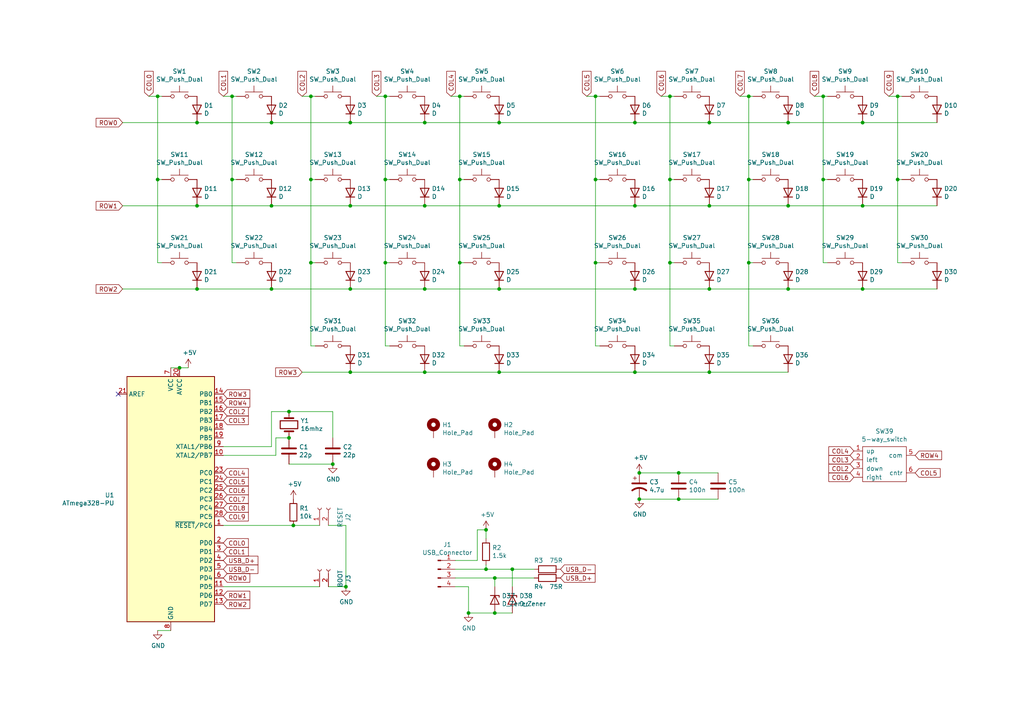
<source format=kicad_sch>
(kicad_sch (version 20211123) (generator eeschema)
  (paper "A4")
  (lib_symbols
    (symbol "Connector:Conn_01x02_Female" (pin_names (offset 1.016) hide)
      (property "Reference" "J" (at 0 2.54 0))
      (property "Value" "Conn_01x02_Female" (at 0 -5.08 0))
      (symbol "Conn_01x02_Female_1_1"
        (arc (start 0 -2.032) (mid -0.508 -2.54) (end 0 -3.048) (stroke (width 0.1524)))
        (polyline (pts (xy -1.27 -2.54) (xy -0.508 -2.54)) (stroke (width 0.1524)))
        (polyline (pts (xy -1.27 0) (xy -0.508 0)) (stroke (width 0.1524)))
        (arc (start 0 0.508) (mid -0.508 0) (end 0 -0.508) (stroke (width 0.1524)))
        (pin passive line (at -5.08 0 0) (length 3.81) (name "Pin_1") (number "1"))
        (pin passive line (at -5.08 -2.54 0) (length 3.81) (name "Pin_2") (number "2"))
      )
    )
    (symbol "Connector:Conn_01x04_Male" (pin_names (offset 1.016) hide)
      (property "Reference" "J" (at 0 5.08 0))
      (property "Value" "Conn_01x04_Male" (at 0 -7.62 0))
      (symbol "Conn_01x04_Male_1_1"
        (polyline (pts (xy 1.27 -5.08) (xy 0.8636 -5.08)) (stroke (width 0.1524)))
        (polyline (pts (xy 1.27 -2.54) (xy 0.8636 -2.54)) (stroke (width 0.1524)))
        (polyline (pts (xy 1.27 0) (xy 0.8636 0)) (stroke (width 0.1524)))
        (polyline (pts (xy 1.27 2.54) (xy 0.8636 2.54)) (stroke (width 0.1524)))
        (rectangle (start 0.8636 -4.953) (end 0 -5.207) (stroke (width 0.1524)) (fill (type outline)))
        (rectangle (start 0.8636 -2.413) (end 0 -2.667) (stroke (width 0.1524)) (fill (type outline)))
        (rectangle (start 0.8636 0.127) (end 0 -0.127) (stroke (width 0.1524)) (fill (type outline)))
        (rectangle (start 0.8636 2.667) (end 0 2.413) (stroke (width 0.1524)) (fill (type outline)))
        (pin passive line (at 5.08 2.54 180) (length 3.81) (name "Pin_1") (number "1"))
        (pin passive line (at 5.08 0 180) (length 3.81) (name "Pin_2") (number "2"))
        (pin passive line (at 5.08 -2.54 180) (length 3.81) (name "Pin_3") (number "3"))
        (pin passive line (at 5.08 -5.08 180) (length 3.81) (name "Pin_4") (number "4"))
      )
    )
    (symbol "Device:C" (pin_numbers hide) (pin_names (offset 0.254))
      (property "Reference" "C" (at 0.635 2.54 0))
      (property "Value" "C" (at 0.635 -2.54 0))
      (symbol "C_0_1"
        (polyline (pts (xy -2.032 -0.762) (xy 2.032 -0.762)) (stroke (width 0.508)))
        (polyline (pts (xy -2.032 0.762) (xy 2.032 0.762)) (stroke (width 0.508)))
      )
      (symbol "C_1_1"
        (pin passive line (at 0 3.81 270) (length 2.794) (name "~") (number "1"))
        (pin passive line (at 0 -3.81 90) (length 2.794) (name "~") (number "2"))
      )
    )
    (symbol "Device:Crystal" (pin_numbers hide) (pin_names (offset 1.016) hide)
      (property "Reference" "Y" (at 0 3.81 0))
      (property "Value" "Crystal" (at 0 -3.81 0))
      (symbol "Crystal_0_1"
        (rectangle (start -1.143 2.54) (end 1.143 -2.54) (stroke (width 0.3048)))
        (polyline (pts (xy -2.54 0) (xy -1.905 0)))
        (polyline (pts (xy -1.905 -1.27) (xy -1.905 1.27)) (stroke (width 0.508)))
        (polyline (pts (xy 1.905 -1.27) (xy 1.905 1.27)) (stroke (width 0.508)))
        (polyline (pts (xy 2.54 0) (xy 1.905 0)))
      )
      (symbol "Crystal_1_1"
        (pin passive line (at -3.81 0 0) (length 1.27) (name "1") (number "1"))
        (pin passive line (at 3.81 0 180) (length 1.27) (name "2") (number "2"))
      )
    )
    (symbol "Device:D" (pin_numbers hide) (pin_names (offset 1.016) hide)
      (property "Reference" "D" (at 0 2.54 0))
      (property "Value" "D" (at 0 -2.54 0))
      (symbol "D_0_1"
        (polyline (pts (xy -1.27 1.27) (xy -1.27 -1.27)) (stroke (width 0.254)))
        (polyline (pts (xy 1.27 0) (xy -1.27 0)))
        (polyline (pts (xy 1.27 1.27) (xy 1.27 -1.27) (xy -1.27 0) (xy 1.27 1.27)) (stroke (width 0.254)))
      )
      (symbol "D_1_1"
        (pin passive line (at -3.81 0 0) (length 2.54) (name "K") (number "1"))
        (pin passive line (at 3.81 0 180) (length 2.54) (name "A") (number "2"))
      )
    )
    (symbol "Device:D_Zener" (pin_numbers hide) (pin_names (offset 1.016) hide)
      (property "Reference" "D" (at 0 2.54 0))
      (property "Value" "D_Zener" (at 0 -2.54 0))
      (symbol "D_Zener_0_1"
        (polyline (pts (xy 1.27 0) (xy -1.27 0)))
        (polyline (pts (xy -1.27 -1.27) (xy -1.27 1.27) (xy -0.762 1.27)) (stroke (width 0.254)))
        (polyline (pts (xy 1.27 -1.27) (xy 1.27 1.27) (xy -1.27 0) (xy 1.27 -1.27)) (stroke (width 0.254)))
      )
      (symbol "D_Zener_1_1"
        (pin passive line (at -3.81 0 0) (length 2.54) (name "K") (number "1"))
        (pin passive line (at 3.81 0 180) (length 2.54) (name "A") (number "2"))
      )
    )
    (symbol "Device:R" (pin_numbers hide) (pin_names (offset 0))
      (property "Reference" "R" (at 2.032 0 90))
      (property "Value" "R" (at 0 0 90))
      (symbol "R_0_1"
        (rectangle (start -1.016 -2.54) (end 1.016 2.54) (stroke (width 0.254)))
      )
      (symbol "R_1_1"
        (pin passive line (at 0 3.81 270) (length 1.27) (name "~") (number "1"))
        (pin passive line (at 0 -3.81 90) (length 1.27) (name "~") (number "2"))
      )
    )
    (symbol "Switch:SW_Push" (pin_numbers hide) (pin_names (offset 1.016) hide)
      (property "Reference" "SW" (at 1.27 2.54 0))
      (property "Value" "SW_Push" (at 0 -1.524 0))
      (symbol "SW_Push_0_1"
        (circle (center -2.032 0) (radius 0.508))
        (polyline (pts (xy 0 1.27) (xy 0 3.048)))
        (polyline (pts (xy 2.54 1.27) (xy -2.54 1.27)))
        (circle (center 2.032 0) (radius 0.508))
        (pin passive line (at -5.08 0 0) (length 2.54) (name "1") (number "1"))
        (pin passive line (at 5.08 0 180) (length 2.54) (name "2") (number "2"))
      )
    )
    (symbol "handipi_kb-rescue:5-way_switch-RSU" (pin_names (offset 1.016))
      (property "Reference" "SW" (at 0 0 0))
      (property "Value" "5-way_switch-RSU" (at 0 -1.27 0))
      (symbol "5-way_switch-RSU_0_1"
        (rectangle (start -6.35 -3.81) (end 6.35 -13.97))
      )
      (symbol "5-way_switch-RSU_1_1"
        (pin output line (at -8.89 -5.08 0) (length 2.54) (name "up") (number "1"))
        (pin output line (at -8.89 -7.62 0) (length 2.54) (name "left") (number "2"))
        (pin output line (at -8.89 -10.16 0) (length 2.54) (name "down") (number "3"))
        (pin output line (at -8.89 -12.7 0) (length 2.54) (name "right") (number "4"))
        (pin input line (at 8.89 -6.35 180) (length 2.54) (name "com") (number "5"))
        (pin output line (at 8.89 -11.43 180) (length 2.54) (name "cntr") (number "6"))
      )
    )
    (symbol "handipi_kb-rescue:ATmega328-PU-MCU_Microchip_ATmega"
      (property "Reference" "U" (at -12.7 36.83 0))
      (property "Value" "ATmega328-PU-MCU_Microchip_ATmega" (at 2.54 -36.83 0))
      (symbol "ATmega328-PU-MCU_Microchip_ATmega_0_1"
        (rectangle (start -12.7 -35.56) (end 12.7 35.56) (stroke (width 0.254)) (fill (type background)))
      )
      (symbol "ATmega328-PU-MCU_Microchip_ATmega_1_1"
        (pin bidirectional line (at 15.24 -7.62 180) (length 2.54) (name "~{RESET}/PC6") (number "1"))
        (pin bidirectional line (at 15.24 12.7 180) (length 2.54) (name "XTAL2/PB7") (number "10"))
        (pin bidirectional line (at 15.24 -25.4 180) (length 2.54) (name "PD5") (number "11"))
        (pin bidirectional line (at 15.24 -27.94 180) (length 2.54) (name "PD6") (number "12"))
        (pin bidirectional line (at 15.24 -30.48 180) (length 2.54) (name "PD7") (number "13"))
        (pin bidirectional line (at 15.24 30.48 180) (length 2.54) (name "PB0") (number "14"))
        (pin bidirectional line (at 15.24 27.94 180) (length 2.54) (name "PB1") (number "15"))
        (pin bidirectional line (at 15.24 25.4 180) (length 2.54) (name "PB2") (number "16"))
        (pin bidirectional line (at 15.24 22.86 180) (length 2.54) (name "PB3") (number "17"))
        (pin bidirectional line (at 15.24 20.32 180) (length 2.54) (name "PB4") (number "18"))
        (pin bidirectional line (at 15.24 17.78 180) (length 2.54) (name "PB5") (number "19"))
        (pin bidirectional line (at 15.24 -12.7 180) (length 2.54) (name "PD0") (number "2"))
        (pin power_in line (at 2.54 38.1 270) (length 2.54) (name "AVCC") (number "20"))
        (pin passive line (at -15.24 30.48 0) (length 2.54) (name "AREF") (number "21"))
        (pin passive line (at 0 -38.1 90) (length 2.54) hide (name "GND") (number "22"))
        (pin bidirectional line (at 15.24 7.62 180) (length 2.54) (name "PC0") (number "23"))
        (pin bidirectional line (at 15.24 5.08 180) (length 2.54) (name "PC1") (number "24"))
        (pin bidirectional line (at 15.24 2.54 180) (length 2.54) (name "PC2") (number "25"))
        (pin bidirectional line (at 15.24 0 180) (length 2.54) (name "PC3") (number "26"))
        (pin bidirectional line (at 15.24 -2.54 180) (length 2.54) (name "PC4") (number "27"))
        (pin bidirectional line (at 15.24 -5.08 180) (length 2.54) (name "PC5") (number "28"))
        (pin bidirectional line (at 15.24 -15.24 180) (length 2.54) (name "PD1") (number "3"))
        (pin bidirectional line (at 15.24 -17.78 180) (length 2.54) (name "PD2") (number "4"))
        (pin bidirectional line (at 15.24 -20.32 180) (length 2.54) (name "PD3") (number "5"))
        (pin bidirectional line (at 15.24 -22.86 180) (length 2.54) (name "PD4") (number "6"))
        (pin power_in line (at 0 38.1 270) (length 2.54) (name "VCC") (number "7"))
        (pin power_in line (at 0 -38.1 90) (length 2.54) (name "GND") (number "8"))
        (pin bidirectional line (at 15.24 15.24 180) (length 2.54) (name "XTAL1/PB6") (number "9"))
      )
    )
    (symbol "handipi_kb-rescue:CP1-Device" (pin_numbers hide) (pin_names (offset 0.254) hide)
      (property "Reference" "C" (at 0.635 2.54 0))
      (property "Value" "CP1-Device" (at 0.635 -2.54 0))
      (symbol "CP1-Device_0_1"
        (polyline (pts (xy -2.032 0.762) (xy 2.032 0.762)) (stroke (width 0.508)))
        (polyline (pts (xy -1.778 2.286) (xy -0.762 2.286)))
        (polyline (pts (xy -1.27 1.778) (xy -1.27 2.794)))
        (arc (start 2.032 -1.27) (mid 0 -0.5572) (end -2.032 -1.27) (stroke (width 0.508)))
      )
      (symbol "CP1-Device_1_1"
        (pin passive line (at 0 3.81 270) (length 2.794) (name "~") (number "1"))
        (pin passive line (at 0 -3.81 90) (length 3.302) (name "~") (number "2"))
      )
    )
    (symbol "handipi_kb-rescue:Hole_Pad-horizon" (pin_numbers hide) (pin_names (offset 1.016) hide)
      (property "Reference" "H" (at 0 6.35 0))
      (property "Value" "Hole_Pad-horizon" (at 0 4.445 0))
      (symbol "Hole_Pad-horizon_0_1"
        (circle (center 0 1.27) (radius 1.27) (stroke (width 1.27)))
      )
      (symbol "Hole_Pad-horizon_1_1"
        (pin input line (at 0 -2.54 90) (length 2.54) (name "1") (number "1"))
      )
    )
    (symbol "power:+5V" (power) (pin_names (offset 0))
      (property "Value" "+5V" (at 0 3.556 0))
      (symbol "+5V_0_1"
        (polyline (pts (xy -0.762 1.27) (xy 0 2.54)))
        (polyline (pts (xy 0 0) (xy 0 2.54)))
        (polyline (pts (xy 0 2.54) (xy 0.762 1.27)))
      )
      (symbol "+5V_1_1"
        (pin power_in line (at 0 0 90) (length 0) hide (name "+5V") (number "1"))
      )
    )
    (symbol "power:GND" (power) (pin_names (offset 0))
      (property "Value" "GND" (at 0 -3.81 0))
      (symbol "GND_0_1"
        (polyline (pts (xy 0 0) (xy 0 -1.27) (xy 1.27 -1.27) (xy 0 -2.54) (xy -1.27 -1.27) (xy 0 -1.27)))
      )
      (symbol "GND_1_1"
        (pin power_in line (at 0 0 270) (length 0) hide (name "GND") (number "1"))
      )
    )
  )
  (junction (at 205.74 59.69))
  (junction (at 78.74 35.56))
  (junction (at 101.6 107.95))
  (junction (at 260.35 27.94))
  (junction (at 78.74 83.82))
  (junction (at 144.78 35.56))
  (junction (at 101.6 35.56))
  (junction (at 228.6 59.69))
  (junction (at 217.17 27.94))
  (junction (at 185.42 144.78))
  (junction (at 196.85 144.78))
  (junction (at 184.15 107.95))
  (junction (at 133.35 76.2))
  (junction (at 96.52 134.62))
  (junction (at 90.17 27.94))
  (junction (at 100.33 170.18))
  (junction (at 57.15 35.56))
  (junction (at 228.6 35.56))
  (junction (at 172.72 27.94))
  (junction (at 57.15 83.82))
  (junction (at 123.19 35.56))
  (junction (at 144.78 59.69))
  (junction (at 250.19 35.56))
  (junction (at 194.31 52.07))
  (junction (at 111.76 27.94))
  (junction (at 123.19 59.69))
  (junction (at 45.72 27.94))
  (junction (at 172.72 76.2))
  (junction (at 184.15 35.56))
  (junction (at 217.17 52.07))
  (junction (at 133.35 27.94))
  (junction (at 228.6 83.82))
  (junction (at 148.59 165.1))
  (junction (at 194.31 76.2))
  (junction (at 184.15 83.82))
  (junction (at 260.35 52.07))
  (junction (at 83.82 119.38))
  (junction (at 205.74 107.95))
  (junction (at 45.72 52.07))
  (junction (at 144.78 83.82))
  (junction (at 135.89 177.8))
  (junction (at 90.17 52.07))
  (junction (at 140.97 153.67))
  (junction (at 194.31 27.94))
  (junction (at 172.72 52.07))
  (junction (at 83.82 127))
  (junction (at 143.51 167.64))
  (junction (at 67.31 27.94))
  (junction (at 205.74 35.56))
  (junction (at 101.6 83.82))
  (junction (at 205.74 83.82))
  (junction (at 90.17 76.2))
  (junction (at 101.6 59.69))
  (junction (at 133.35 52.07))
  (junction (at 196.85 137.16))
  (junction (at 238.76 27.94))
  (junction (at 52.07 106.68))
  (junction (at 67.31 52.07))
  (junction (at 111.76 52.07))
  (junction (at 250.19 83.82))
  (junction (at 111.76 76.2))
  (junction (at 123.19 107.95))
  (junction (at 217.17 76.2))
  (junction (at 238.76 52.07))
  (junction (at 85.09 152.4))
  (junction (at 250.19 59.69))
  (junction (at 78.74 59.69))
  (junction (at 144.78 107.95))
  (junction (at 143.51 177.8))
  (junction (at 57.15 59.69))
  (junction (at 140.97 165.1))
  (junction (at 123.19 83.82))
  (junction (at 184.15 59.69))
  (junction (at 185.42 137.16))
  (no_connect (at 34.29 114.3))
  (wire (pts (xy 238.76 76.2) (xy 240.03 76.2)))
  (wire (pts (xy 185.42 137.16) (xy 196.85 137.16)))
  (wire (pts (xy 123.19 107.95) (xy 101.6 107.95)))
  (wire (pts (xy 80.01 127) (xy 80.01 132.08)))
  (wire (pts (xy 96.52 127) (xy 96.52 119.38)))
  (wire (pts (xy 172.72 27.94) (xy 172.72 52.07)))
  (wire (pts (xy 45.72 52.07) (xy 46.99 52.07)))
  (wire (pts (xy 45.72 52.07) (xy 45.72 76.2)))
  (wire (pts (xy 133.35 52.07) (xy 133.35 76.2)))
  (wire (pts (xy 144.78 107.95) (xy 123.19 107.95)))
  (wire (pts (xy 148.59 177.8) (xy 143.51 177.8)))
  (wire (pts (xy 228.6 83.82) (xy 250.19 83.82)))
  (wire (pts (xy 260.35 27.94) (xy 257.81 27.94)))
  (wire (pts (xy 196.85 137.16) (xy 208.28 137.16)))
  (wire (pts (xy 194.31 100.33) (xy 195.58 100.33)))
  (wire (pts (xy 148.59 170.18) (xy 148.59 165.1)))
  (wire (pts (xy 123.19 83.82) (xy 101.6 83.82)))
  (wire (pts (xy 184.15 107.95) (xy 144.78 107.95)))
  (wire (pts (xy 217.17 100.33) (xy 218.44 100.33)))
  (wire (pts (xy 111.76 27.94) (xy 111.76 52.07)))
  (wire (pts (xy 135.89 177.8) (xy 135.89 170.18)))
  (wire (pts (xy 172.72 27.94) (xy 170.18 27.94)))
  (wire (pts (xy 144.78 59.69) (xy 184.15 59.69)))
  (wire (pts (xy 195.58 76.2) (xy 194.31 76.2)))
  (wire (pts (xy 67.31 76.2) (xy 68.58 76.2)))
  (wire (pts (xy 184.15 107.95) (xy 205.74 107.95)))
  (wire (pts (xy 205.74 107.95) (xy 228.6 107.95)))
  (wire (pts (xy 57.15 83.82) (xy 35.56 83.82)))
  (wire (pts (xy 240.03 52.07) (xy 238.76 52.07)))
  (wire (pts (xy 90.17 27.94) (xy 91.44 27.94)))
  (wire (pts (xy 64.77 170.18) (xy 92.71 170.18)))
  (wire (pts (xy 67.31 52.07) (xy 67.31 76.2)))
  (wire (pts (xy 196.85 144.78) (xy 185.42 144.78)))
  (wire (pts (xy 123.19 35.56) (xy 144.78 35.56)))
  (wire (pts (xy 49.53 106.68) (xy 52.07 106.68)))
  (wire (pts (xy 67.31 27.94) (xy 64.77 27.94)))
  (wire (pts (xy 205.74 59.69) (xy 184.15 59.69)))
  (wire (pts (xy 133.35 76.2) (xy 134.62 76.2)))
  (wire (pts (xy 238.76 52.07) (xy 238.76 76.2)))
  (wire (pts (xy 184.15 83.82) (xy 144.78 83.82)))
  (wire (pts (xy 173.99 76.2) (xy 172.72 76.2)))
  (wire (pts (xy 143.51 167.64) (xy 154.94 167.64)))
  (wire (pts (xy 194.31 52.07) (xy 194.31 76.2)))
  (wire (pts (xy 260.35 27.94) (xy 260.35 52.07)))
  (wire (pts (xy 78.74 129.54) (xy 64.77 129.54)))
  (wire (pts (xy 228.6 35.56) (xy 250.19 35.56)))
  (wire (pts (xy 217.17 52.07) (xy 217.17 76.2)))
  (wire (pts (xy 96.52 134.62) (xy 83.82 134.62)))
  (wire (pts (xy 67.31 52.07) (xy 68.58 52.07)))
  (wire (pts (xy 208.28 144.78) (xy 196.85 144.78)))
  (wire (pts (xy 172.72 76.2) (xy 172.72 100.33)))
  (wire (pts (xy 238.76 27.94) (xy 238.76 52.07)))
  (wire (pts (xy 90.17 76.2) (xy 90.17 100.33)))
  (wire (pts (xy 100.33 152.4) (xy 100.33 170.18)))
  (wire (pts (xy 101.6 35.56) (xy 123.19 35.56)))
  (wire (pts (xy 205.74 83.82) (xy 228.6 83.82)))
  (wire (pts (xy 194.31 27.94) (xy 194.31 52.07)))
  (wire (pts (xy 194.31 76.2) (xy 194.31 100.33)))
  (wire (pts (xy 173.99 27.94) (xy 172.72 27.94)))
  (wire (pts (xy 57.15 59.69) (xy 78.74 59.69)))
  (wire (pts (xy 217.17 27.94) (xy 217.17 52.07)))
  (wire (pts (xy 217.17 76.2) (xy 217.17 100.33)))
  (wire (pts (xy 113.03 27.94) (xy 111.76 27.94)))
  (wire (pts (xy 45.72 27.94) (xy 43.18 27.94)))
  (wire (pts (xy 140.97 165.1) (xy 148.59 165.1)))
  (wire (pts (xy 57.15 35.56) (xy 78.74 35.56)))
  (wire (pts (xy 85.09 152.4) (xy 64.77 152.4)))
  (wire (pts (xy 85.09 152.4) (xy 92.71 152.4)))
  (wire (pts (xy 134.62 52.07) (xy 133.35 52.07)))
  (wire (pts (xy 80.01 132.08) (xy 64.77 132.08)))
  (wire (pts (xy 95.25 170.18) (xy 100.33 170.18)))
  (wire (pts (xy 78.74 119.38) (xy 78.74 129.54)))
  (wire (pts (xy 113.03 52.07) (xy 111.76 52.07)))
  (wire (pts (xy 35.56 35.56) (xy 57.15 35.56)))
  (wire (pts (xy 67.31 27.94) (xy 67.31 52.07)))
  (wire (pts (xy 143.51 170.18) (xy 143.51 167.64)))
  (wire (pts (xy 143.51 177.8) (xy 135.89 177.8)))
  (wire (pts (xy 113.03 100.33) (xy 111.76 100.33)))
  (wire (pts (xy 173.99 52.07) (xy 172.72 52.07)))
  (wire (pts (xy 96.52 119.38) (xy 83.82 119.38)))
  (wire (pts (xy 83.82 127) (xy 80.01 127)))
  (wire (pts (xy 217.17 27.94) (xy 214.63 27.94)))
  (wire (pts (xy 90.17 52.07) (xy 90.17 27.94)))
  (wire (pts (xy 133.35 27.94) (xy 133.35 52.07)))
  (wire (pts (xy 133.35 76.2) (xy 133.35 100.33)))
  (wire (pts (xy 90.17 27.94) (xy 87.63 27.94)))
  (wire (pts (xy 68.58 27.94) (xy 67.31 27.94)))
  (wire (pts (xy 250.19 83.82) (xy 271.78 83.82)))
  (wire (pts (xy 132.08 167.64) (xy 143.51 167.64)))
  (wire (pts (xy 54.61 106.68) (xy 52.07 106.68)))
  (wire (pts (xy 49.53 182.88) (xy 45.72 182.88)))
  (wire (pts (xy 101.6 59.69) (xy 123.19 59.69)))
  (wire (pts (xy 195.58 52.07) (xy 194.31 52.07)))
  (wire (pts (xy 240.03 27.94) (xy 238.76 27.94)))
  (wire (pts (xy 91.44 76.2) (xy 90.17 76.2)))
  (wire (pts (xy 144.78 35.56) (xy 184.15 35.56)))
  (wire (pts (xy 218.44 52.07) (xy 217.17 52.07)))
  (wire (pts (xy 184.15 35.56) (xy 205.74 35.56)))
  (wire (pts (xy 138.43 153.67) (xy 140.97 153.67)))
  (wire (pts (xy 133.35 100.33) (xy 134.62 100.33)))
  (wire (pts (xy 91.44 52.07) (xy 90.17 52.07)))
  (wire (pts (xy 90.17 100.33) (xy 91.44 100.33)))
  (wire (pts (xy 217.17 76.2) (xy 218.44 76.2)))
  (wire (pts (xy 195.58 27.94) (xy 194.31 27.94)))
  (wire (pts (xy 111.76 100.33) (xy 111.76 76.2)))
  (wire (pts (xy 132.08 165.1) (xy 140.97 165.1)))
  (wire (pts (xy 260.35 52.07) (xy 260.35 76.2)))
  (wire (pts (xy 271.78 59.69) (xy 250.19 59.69)))
  (wire (pts (xy 205.74 35.56) (xy 228.6 35.56)))
  (wire (pts (xy 90.17 76.2) (xy 90.17 52.07)))
  (wire (pts (xy 111.76 76.2) (xy 113.03 76.2)))
  (wire (pts (xy 35.56 59.69) (xy 57.15 59.69)))
  (wire (pts (xy 134.62 27.94) (xy 133.35 27.94)))
  (wire (pts (xy 228.6 59.69) (xy 205.74 59.69)))
  (wire (pts (xy 132.08 170.18) (xy 135.89 170.18)))
  (wire (pts (xy 144.78 59.69) (xy 123.19 59.69)))
  (wire (pts (xy 250.19 35.56) (xy 271.78 35.56)))
  (wire (pts (xy 46.99 27.94) (xy 45.72 27.94)))
  (wire (pts (xy 218.44 27.94) (xy 217.17 27.94)))
  (wire (pts (xy 132.08 162.56) (xy 138.43 162.56)))
  (wire (pts (xy 83.82 119.38) (xy 78.74 119.38)))
  (wire (pts (xy 261.62 52.07) (xy 260.35 52.07)))
  (wire (pts (xy 78.74 59.69) (xy 101.6 59.69)))
  (wire (pts (xy 111.76 27.94) (xy 109.22 27.94)))
  (wire (pts (xy 184.15 83.82) (xy 205.74 83.82)))
  (wire (pts (xy 144.78 83.82) (xy 123.19 83.82)))
  (wire (pts (xy 228.6 59.69) (xy 250.19 59.69)))
  (wire (pts (xy 140.97 156.21) (xy 140.97 153.67)))
  (wire (pts (xy 138.43 162.56) (xy 138.43 153.67)))
  (wire (pts (xy 95.25 152.4) (xy 100.33 152.4)))
  (wire (pts (xy 238.76 27.94) (xy 236.22 27.94)))
  (wire (pts (xy 172.72 100.33) (xy 173.99 100.33)))
  (wire (pts (xy 111.76 52.07) (xy 111.76 76.2)))
  (wire (pts (xy 140.97 163.83) (xy 140.97 165.1)))
  (wire (pts (xy 133.35 27.94) (xy 130.81 27.94)))
  (wire (pts (xy 78.74 83.82) (xy 57.15 83.82)))
  (wire (pts (xy 45.72 76.2) (xy 46.99 76.2)))
  (wire (pts (xy 101.6 107.95) (xy 87.63 107.95)))
  (wire (pts (xy 194.31 27.94) (xy 191.77 27.94)))
  (wire (pts (xy 148.59 165.1) (xy 154.94 165.1)))
  (wire (pts (xy 172.72 52.07) (xy 172.72 76.2)))
  (wire (pts (xy 260.35 76.2) (xy 261.62 76.2)))
  (wire (pts (xy 45.72 27.94) (xy 45.72 52.07)))
  (wire (pts (xy 101.6 83.82) (xy 78.74 83.82)))
  (wire (pts (xy 261.62 27.94) (xy 260.35 27.94)))
  (wire (pts (xy 78.74 35.56) (xy 101.6 35.56)))
  (global_label "COL9" (shape input) (at 257.81 27.94 90) (property "Intersheet References" "${INTERSHEET_REFS}" (effects hide)))
  (global_label "ROW0" (shape input) (at 64.77 167.64 0) (property "Intersheet References" "${INTERSHEET_REFS}" (effects hide)))
  (global_label "COL5" (shape input) (at 170.18 27.94 90) (property "Intersheet References" "${INTERSHEET_REFS}" (effects hide)))
  (global_label "COL3" (shape input) (at 64.77 121.92 0) (property "Intersheet References" "${INTERSHEET_REFS}" (effects hide)))
  (global_label "ROW2" (shape input) (at 35.56 83.82 180) (property "Intersheet References" "${INTERSHEET_REFS}" (effects hide)))
  (global_label "ROW4" (shape input) (at 265.43 132.08 0) (property "Intersheet References" "${INTERSHEET_REFS}" (effects hide)))
  (global_label "USB_D-" (shape input) (at 162.56 165.1 0) (property "Intersheet References" "${INTERSHEET_REFS}" (effects hide)))
  (global_label "ROW0" (shape input) (at 35.56 35.56 180) (property "Intersheet References" "${INTERSHEET_REFS}" (effects hide)))
  (global_label "USB_D+" (shape input) (at 162.56 167.64 0) (property "Intersheet References" "${INTERSHEET_REFS}" (effects hide)))
  (global_label "COL2" (shape input) (at 64.77 119.38 0) (property "Intersheet References" "${INTERSHEET_REFS}" (effects hide)))
  (global_label "ROW1" (shape input) (at 64.77 172.72 0) (property "Intersheet References" "${INTERSHEET_REFS}" (effects hide)))
  (global_label "ROW3" (shape input) (at 64.77 114.3 0) (property "Intersheet References" "${INTERSHEET_REFS}" (effects hide)))
  (global_label "COL1" (shape input) (at 64.77 27.94 90) (property "Intersheet References" "${INTERSHEET_REFS}" (effects hide)))
  (global_label "COL5" (shape input) (at 265.43 137.16 0) (property "Intersheet References" "${INTERSHEET_REFS}" (effects hide)))
  (global_label "ROW1" (shape input) (at 35.56 59.69 180) (property "Intersheet References" "${INTERSHEET_REFS}" (effects hide)))
  (global_label "COL3" (shape input) (at 109.22 27.94 90) (property "Intersheet References" "${INTERSHEET_REFS}" (effects hide)))
  (global_label "COL3" (shape input) (at 247.65 133.35 180) (property "Intersheet References" "${INTERSHEET_REFS}" (effects hide)))
  (global_label "COL6" (shape input) (at 191.77 27.94 90) (property "Intersheet References" "${INTERSHEET_REFS}" (effects hide)))
  (global_label "COL6" (shape input) (at 247.65 138.43 180) (property "Intersheet References" "${INTERSHEET_REFS}" (effects hide)))
  (global_label "COL0" (shape input) (at 43.18 27.94 90) (property "Intersheet References" "${INTERSHEET_REFS}" (effects hide)))
  (global_label "COL7" (shape input) (at 214.63 27.94 90) (property "Intersheet References" "${INTERSHEET_REFS}" (effects hide)))
  (global_label "COL4" (shape input) (at 247.65 130.81 180) (property "Intersheet References" "${INTERSHEET_REFS}" (effects hide)))
  (global_label "COL2" (shape input) (at 247.65 135.89 180) (property "Intersheet References" "${INTERSHEET_REFS}" (effects hide)))
  (global_label "COL8" (shape input) (at 236.22 27.94 90) (property "Intersheet References" "${INTERSHEET_REFS}" (effects hide)))
  (global_label "COL1" (shape input) (at 64.77 160.02 0) (property "Intersheet References" "${INTERSHEET_REFS}" (effects hide)))
  (global_label "COL5" (shape input) (at 64.77 139.7 0) (property "Intersheet References" "${INTERSHEET_REFS}" (effects hide)))
  (global_label "COL4" (shape input) (at 64.77 137.16 0) (property "Intersheet References" "${INTERSHEET_REFS}" (effects hide)))
  (global_label "COL8" (shape input) (at 64.77 147.32 0) (property "Intersheet References" "${INTERSHEET_REFS}" (effects hide)))
  (global_label "ROW4" (shape input) (at 64.77 116.84 0) (property "Intersheet References" "${INTERSHEET_REFS}" (effects hide)))
  (global_label "ROW2" (shape input) (at 64.77 175.26 0) (property "Intersheet References" "${INTERSHEET_REFS}" (effects hide)))
  (global_label "USB_D-" (shape input) (at 64.77 165.1 0) (property "Intersheet References" "${INTERSHEET_REFS}" (effects hide)))
  (global_label "COL7" (shape input) (at 64.77 144.78 0) (property "Intersheet References" "${INTERSHEET_REFS}" (effects hide)))
  (global_label "ROW3" (shape input) (at 87.63 107.95 180) (property "Intersheet References" "${INTERSHEET_REFS}" (effects hide)))
  (global_label "USB_D+" (shape input) (at 64.77 162.56 0) (property "Intersheet References" "${INTERSHEET_REFS}" (effects hide)))
  (global_label "COL6" (shape input) (at 64.77 142.24 0) (property "Intersheet References" "${INTERSHEET_REFS}" (effects hide)))
  (global_label "COL4" (shape input) (at 130.81 27.94 90) (property "Intersheet References" "${INTERSHEET_REFS}" (effects hide)))
  (global_label "COL2" (shape input) (at 87.63 27.94 90) (property "Intersheet References" "${INTERSHEET_REFS}" (effects hide)))
  (global_label "COL0" (shape input) (at 64.77 157.48 0) (property "Intersheet References" "${INTERSHEET_REFS}" (effects hide)))
  (global_label "COL9" (shape input) (at 64.77 149.86 0) (property "Intersheet References" "${INTERSHEET_REFS}" (effects hide)))
  (symbol (lib_id "handipi_kb-rescue:ATmega328-PU-MCU_Microchip_ATmega") (at 49.53 144.78 0) (unit 1)
    (property "Reference" "U1" (at 33.1724 143.6116 0) (effects (justify right)))
    (property "Value" "ATmega328-PU" (at 33.1724 145.923 0) (effects (justify right)))
    (property "Footprint" "Package_DIP:DIP-28_W7.62mm" (effects hide))
    (property "Datasheet" "http://ww1.microchip.com/downloads/en/DeviceDoc/ATmega328_P%20AVR%20MCU%20with%20picoPower%20Technology%20Data%20Sheet%2040001984A.pdf" (effects hide))
  )
  (symbol (lib_id "Device:Crystal") (at 83.82 123.19 270) (unit 1)
    (property "Reference" "Y1" (at 87.1474 122.0216 90) (effects (justify left)))
    (property "Value" "16mhz" (at 87.1474 124.333 90) (effects (justify left)))
    (property "Footprint" "Crystal:Crystal_HC18-U_Vertical" (effects hide))
  )
  (symbol (lib_id "Device:C") (at 83.82 130.81 0) (unit 1)
    (property "Reference" "C1" (at 86.741 129.6416 0) (effects (justify left)))
    (property "Value" "22p" (at 86.741 131.953 0) (effects (justify left)))
    (property "Footprint" "Capacitor_THT:C_Disc_D3.0mm_W2.0mm_P2.50mm" (effects hide))
  )
  (symbol (lib_id "Device:C") (at 96.52 130.81 0) (unit 1)
    (property "Reference" "C2" (at 99.441 129.6416 0) (effects (justify left)))
    (property "Value" "22p" (at 99.441 131.953 0) (effects (justify left)))
    (property "Footprint" "Capacitor_THT:C_Disc_D3.0mm_W2.0mm_P2.50mm" (effects hide))
  )
  (symbol (lib_id "handipi_kb-rescue:CP1-Device") (at 185.42 140.97 0) (unit 1)
    (property "Reference" "C3" (at 188.341 139.8016 0) (effects (justify left)))
    (property "Value" "4.7u" (at 188.341 142.113 0) (effects (justify left)))
    (property "Footprint" "Capacitor_THT:CP_Radial_D4.0mm_P1.50mm" (effects hide))
  )
  (symbol (lib_id "Device:C") (at 196.85 140.97 0) (unit 1)
    (property "Reference" "C4" (at 199.771 139.8016 0) (effects (justify left)))
    (property "Value" "100n" (at 199.771 142.113 0) (effects (justify left)))
    (property "Footprint" "Capacitor_THT:C_Disc_D4.3mm_W1.9mm_P5.00mm" (effects hide))
  )
  (symbol (lib_id "Device:C") (at 208.28 140.97 0) (unit 1)
    (property "Reference" "C5" (at 211.201 139.8016 0) (effects (justify left)))
    (property "Value" "100n" (at 211.201 142.113 0) (effects (justify left)))
    (property "Footprint" "Capacitor_THT:C_Disc_D4.3mm_W1.9mm_P5.00mm" (effects hide))
  )
  (symbol (lib_id "power:GND") (at 185.42 144.78 0) (unit 1)
    (property "Reference" "#PWR05" (effects hide))
    (property "Value" "GND" (at 185.547 149.1742 0))
  )
  (symbol (lib_id "power:GND") (at 45.72 182.88 0) (unit 1)
    (property "Reference" "#PWR09" (effects hide))
    (property "Value" "GND" (at 45.847 187.2742 0))
  )
  (symbol (lib_id "power:+5V") (at 185.42 137.16 0) (unit 1)
    (property "Reference" "#PWR03" (effects hide))
    (property "Value" "+5V" (at 185.801 132.7658 0))
  )
  (symbol (lib_id "power:+5V") (at 54.61 106.68 0) (unit 1)
    (property "Reference" "#PWR01" (effects hide))
    (property "Value" "+5V" (at 54.991 102.2858 0))
  )
  (symbol (lib_id "power:GND") (at 96.52 134.62 0) (unit 1)
    (property "Reference" "#PWR02" (effects hide))
    (property "Value" "GND" (at 96.647 139.0142 0))
  )
  (symbol (lib_id "Device:R") (at 85.09 148.59 0) (unit 1)
    (property "Reference" "R1" (at 86.868 147.4216 0) (effects (justify left)))
    (property "Value" "10k" (at 86.868 149.733 0) (effects (justify left)))
    (property "Footprint" "Resistor_THT:R_Axial_DIN0207_L6.3mm_D2.5mm_P10.16mm_Horizontal" (effects hide))
  )
  (symbol (lib_id "power:+5V") (at 85.09 144.78 0) (unit 1)
    (property "Reference" "#PWR04" (effects hide))
    (property "Value" "+5V" (at 85.471 140.3858 0))
  )
  (symbol (lib_id "power:GND") (at 100.33 170.18 0) (unit 1)
    (property "Reference" "#PWR07" (effects hide))
    (property "Value" "GND" (at 100.457 174.5742 0))
  )
  (symbol (lib_id "Switch:SW_Push") (at 52.07 27.94 0) (unit 1)
    (property "Reference" "SW1" (at 52.07 20.701 0))
    (property "Value" "SW_Push_Dual" (at 52.07 23.0124 0))
    (property "Footprint" "RSU:SW_PUSH_6mm_with_hole" (effects hide))
  )
  (symbol (lib_id "Device:D") (at 57.15 31.75 90) (unit 1)
    (property "Reference" "D1" (at 59.182 30.5816 90) (effects (justify right)))
    (property "Value" "D" (at 59.182 32.893 90) (effects (justify right)))
    (property "Footprint" "Diode_SMD:D_SOD-123" (effects hide))
  )
  (symbol (lib_id "Device:D") (at 57.15 55.88 90) (unit 1)
    (property "Reference" "D11" (at 59.182 54.7116 90) (effects (justify right)))
    (property "Value" "D" (at 59.182 57.023 90) (effects (justify right)))
    (property "Footprint" "Diode_SMD:D_SOD-123" (effects hide))
  )
  (symbol (lib_id "Device:D") (at 57.15 80.01 90) (unit 1)
    (property "Reference" "D21" (at 59.182 78.8416 90) (effects (justify right)))
    (property "Value" "D" (at 59.182 81.153 90) (effects (justify right)))
    (property "Footprint" "Diode_SMD:D_SOD-123" (effects hide))
  )
  (symbol (lib_id "Device:D") (at 78.74 31.75 90) (unit 1)
    (property "Reference" "D2" (at 80.772 30.5816 90) (effects (justify right)))
    (property "Value" "D" (at 80.772 32.893 90) (effects (justify right)))
    (property "Footprint" "Diode_SMD:D_SOD-123" (effects hide))
  )
  (symbol (lib_id "Device:D") (at 78.74 55.88 90) (unit 1)
    (property "Reference" "D12" (at 80.772 54.7116 90) (effects (justify right)))
    (property "Value" "D" (at 80.772 57.023 90) (effects (justify right)))
    (property "Footprint" "Diode_SMD:D_SOD-123" (effects hide))
  )
  (symbol (lib_id "Device:D") (at 78.74 80.01 90) (unit 1)
    (property "Reference" "D22" (at 80.772 78.8416 90) (effects (justify right)))
    (property "Value" "D" (at 80.772 81.153 90) (effects (justify right)))
    (property "Footprint" "Diode_SMD:D_SOD-123" (effects hide))
  )
  (symbol (lib_id "Device:D") (at 101.6 31.75 90) (unit 1)
    (property "Reference" "D3" (at 103.632 30.5816 90) (effects (justify right)))
    (property "Value" "D" (at 103.632 32.893 90) (effects (justify right)))
    (property "Footprint" "Diode_SMD:D_SOD-123" (effects hide))
  )
  (symbol (lib_id "Device:D") (at 101.6 55.88 90) (unit 1)
    (property "Reference" "D13" (at 103.632 54.7116 90) (effects (justify right)))
    (property "Value" "D" (at 103.632 57.023 90) (effects (justify right)))
    (property "Footprint" "Diode_SMD:D_SOD-123" (effects hide))
  )
  (symbol (lib_id "Device:D") (at 101.6 80.01 90) (unit 1)
    (property "Reference" "D23" (at 103.632 78.8416 90) (effects (justify right)))
    (property "Value" "D" (at 103.632 81.153 90) (effects (justify right)))
    (property "Footprint" "Diode_SMD:D_SOD-123" (effects hide))
  )
  (symbol (lib_id "Device:D") (at 123.19 31.75 90) (unit 1)
    (property "Reference" "D4" (at 125.222 30.5816 90) (effects (justify right)))
    (property "Value" "D" (at 125.222 32.893 90) (effects (justify right)))
    (property "Footprint" "Diode_SMD:D_SOD-123" (effects hide))
  )
  (symbol (lib_id "Device:D") (at 123.19 55.88 90) (unit 1)
    (property "Reference" "D14" (at 125.222 54.7116 90) (effects (justify right)))
    (property "Value" "D" (at 125.222 57.023 90) (effects (justify right)))
    (property "Footprint" "Diode_SMD:D_SOD-123" (effects hide))
  )
  (symbol (lib_id "Device:D") (at 123.19 80.01 90) (unit 1)
    (property "Reference" "D24" (at 125.222 78.8416 90) (effects (justify right)))
    (property "Value" "D" (at 125.222 81.153 90) (effects (justify right)))
    (property "Footprint" "Diode_SMD:D_SOD-123" (effects hide))
  )
  (symbol (lib_id "handipi_kb-rescue:5-way_switch-RSU") (at 256.54 125.73 0) (unit 1)
    (property "Reference" "SW39" (at 256.54 125.095 0))
    (property "Value" "5-way_switch" (at 256.54 127.4064 0))
    (property "Footprint" "RSU:switch_5way" (effects hide))
  )
  (symbol (lib_id "Device:D") (at 144.78 31.75 90) (unit 1)
    (property "Reference" "D5" (at 146.812 30.5816 90) (effects (justify right)))
    (property "Value" "D" (at 146.812 32.893 90) (effects (justify right)))
    (property "Footprint" "Diode_SMD:D_SOD-123" (effects hide))
  )
  (symbol (lib_id "Device:D") (at 144.78 55.88 90) (unit 1)
    (property "Reference" "D15" (at 146.812 54.7116 90) (effects (justify right)))
    (property "Value" "D" (at 146.812 57.023 90) (effects (justify right)))
    (property "Footprint" "Diode_SMD:D_SOD-123" (effects hide))
  )
  (symbol (lib_id "Device:D") (at 144.78 80.01 90) (unit 1)
    (property "Reference" "D25" (at 146.812 78.8416 90) (effects (justify right)))
    (property "Value" "D" (at 146.812 81.153 90) (effects (justify right)))
    (property "Footprint" "Diode_SMD:D_SOD-123" (effects hide))
  )
  (symbol (lib_id "Device:D") (at 101.6 104.14 90) (unit 1)
    (property "Reference" "D31" (at 103.632 102.9716 90) (effects (justify right)))
    (property "Value" "D" (at 103.632 105.283 90) (effects (justify right)))
    (property "Footprint" "Diode_SMD:D_SOD-123" (effects hide))
  )
  (symbol (lib_id "Device:D") (at 123.19 104.14 90) (unit 1)
    (property "Reference" "D32" (at 125.222 102.9716 90) (effects (justify right)))
    (property "Value" "D" (at 125.222 105.283 90) (effects (justify right)))
    (property "Footprint" "Diode_SMD:D_SOD-123" (effects hide))
  )
  (symbol (lib_id "Device:D") (at 144.78 104.14 90) (unit 1)
    (property "Reference" "D33" (at 146.812 102.9716 90) (effects (justify right)))
    (property "Value" "D" (at 146.812 105.283 90) (effects (justify right)))
    (property "Footprint" "Diode_SMD:D_SOD-123" (effects hide))
  )
  (symbol (lib_id "Connector:Conn_01x02_Female") (at 92.71 147.32 90) (unit 1)
    (property "Reference" "J2" (at 100.965 150.0632 0))
    (property "Value" "RESET" (at 98.6536 150.0632 0))
    (property "Footprint" "Connector_PinHeader_1.27mm:PinHeader_1x02_P1.27mm_Vertical" (effects hide))
  )
  (symbol (lib_id "Connector:Conn_01x02_Female") (at 92.71 165.1 90) (unit 1)
    (property "Reference" "J3" (at 100.965 167.8432 0))
    (property "Value" "BOOT" (at 98.6536 167.8432 0))
    (property "Footprint" "Connector_PinHeader_1.27mm:PinHeader_1x02_P1.27mm_Vertical" (effects hide))
  )
  (symbol (lib_id "Device:D") (at 184.15 31.75 90) (unit 1)
    (property "Reference" "D6" (at 186.182 30.5816 90) (effects (justify right)))
    (property "Value" "D" (at 186.182 32.893 90) (effects (justify right)))
    (property "Footprint" "Diode_SMD:D_SOD-123" (effects hide))
  )
  (symbol (lib_id "Device:D") (at 184.15 55.88 90) (unit 1)
    (property "Reference" "D16" (at 186.182 54.7116 90) (effects (justify right)))
    (property "Value" "D" (at 186.182 57.023 90) (effects (justify right)))
    (property "Footprint" "Diode_SMD:D_SOD-123" (effects hide))
  )
  (symbol (lib_id "Device:D") (at 184.15 80.01 90) (unit 1)
    (property "Reference" "D26" (at 186.182 78.8416 90) (effects (justify right)))
    (property "Value" "D" (at 186.182 81.153 90) (effects (justify right)))
    (property "Footprint" "Diode_SMD:D_SOD-123" (effects hide))
  )
  (symbol (lib_id "Device:D") (at 205.74 31.75 90) (unit 1)
    (property "Reference" "D7" (at 207.772 30.5816 90) (effects (justify right)))
    (property "Value" "D" (at 207.772 32.893 90) (effects (justify right)))
    (property "Footprint" "Diode_SMD:D_SOD-123" (effects hide))
  )
  (symbol (lib_id "Device:D") (at 205.74 55.88 90) (unit 1)
    (property "Reference" "D17" (at 207.772 54.7116 90) (effects (justify right)))
    (property "Value" "D" (at 207.772 57.023 90) (effects (justify right)))
    (property "Footprint" "Diode_SMD:D_SOD-123" (effects hide))
  )
  (symbol (lib_id "Device:D") (at 205.74 80.01 90) (unit 1)
    (property "Reference" "D27" (at 207.772 78.8416 90) (effects (justify right)))
    (property "Value" "D" (at 207.772 81.153 90) (effects (justify right)))
    (property "Footprint" "Diode_SMD:D_SOD-123" (effects hide))
  )
  (symbol (lib_id "Device:D") (at 228.6 31.75 90) (unit 1)
    (property "Reference" "D8" (at 230.632 30.5816 90) (effects (justify right)))
    (property "Value" "D" (at 230.632 32.893 90) (effects (justify right)))
    (property "Footprint" "Diode_SMD:D_SOD-123" (effects hide))
  )
  (symbol (lib_id "Device:D") (at 228.6 55.88 90) (unit 1)
    (property "Reference" "D18" (at 230.632 54.7116 90) (effects (justify right)))
    (property "Value" "D" (at 230.632 57.023 90) (effects (justify right)))
    (property "Footprint" "Diode_SMD:D_SOD-123" (effects hide))
  )
  (symbol (lib_id "Device:D") (at 228.6 80.01 90) (unit 1)
    (property "Reference" "D28" (at 230.632 78.8416 90) (effects (justify right)))
    (property "Value" "D" (at 230.632 81.153 90) (effects (justify right)))
    (property "Footprint" "Diode_SMD:D_SOD-123" (effects hide))
  )
  (symbol (lib_id "Device:D") (at 250.19 31.75 90) (unit 1)
    (property "Reference" "D9" (at 252.222 30.5816 90) (effects (justify right)))
    (property "Value" "D" (at 252.222 32.893 90) (effects (justify right)))
    (property "Footprint" "Diode_SMD:D_SOD-123" (effects hide))
  )
  (symbol (lib_id "Device:D") (at 250.19 55.88 90) (unit 1)
    (property "Reference" "D19" (at 252.222 54.7116 90) (effects (justify right)))
    (property "Value" "D" (at 252.222 57.023 90) (effects (justify right)))
    (property "Footprint" "Diode_SMD:D_SOD-123" (effects hide))
  )
  (symbol (lib_id "Device:D") (at 250.19 80.01 90) (unit 1)
    (property "Reference" "D29" (at 252.222 78.8416 90) (effects (justify right)))
    (property "Value" "D" (at 252.222 81.153 90) (effects (justify right)))
    (property "Footprint" "Diode_SMD:D_SOD-123" (effects hide))
  )
  (symbol (lib_id "Device:D") (at 271.78 31.75 90) (unit 1)
    (property "Reference" "D10" (at 273.812 30.5816 90) (effects (justify right)))
    (property "Value" "D" (at 273.812 32.893 90) (effects (justify right)))
    (property "Footprint" "Diode_SMD:D_SOD-123" (effects hide))
  )
  (symbol (lib_id "Device:D") (at 271.78 55.88 90) (unit 1)
    (property "Reference" "D20" (at 273.812 54.7116 90) (effects (justify right)))
    (property "Value" "D" (at 273.812 57.023 90) (effects (justify right)))
    (property "Footprint" "Diode_SMD:D_SOD-123" (effects hide))
  )
  (symbol (lib_id "Device:D") (at 271.78 80.01 90) (unit 1)
    (property "Reference" "D30" (at 273.812 78.8416 90) (effects (justify right)))
    (property "Value" "D" (at 273.812 81.153 90) (effects (justify right)))
    (property "Footprint" "Diode_SMD:D_SOD-123" (effects hide))
  )
  (symbol (lib_id "Device:D") (at 184.15 104.14 90) (unit 1)
    (property "Reference" "D34" (at 186.182 102.9716 90) (effects (justify right)))
    (property "Value" "D" (at 186.182 105.283 90) (effects (justify right)))
    (property "Footprint" "Diode_SMD:D_SOD-123" (effects hide))
  )
  (symbol (lib_id "Device:D") (at 205.74 104.14 90) (unit 1)
    (property "Reference" "D35" (at 207.772 102.9716 90) (effects (justify right)))
    (property "Value" "D" (at 207.772 105.283 90) (effects (justify right)))
    (property "Footprint" "Diode_SMD:D_SOD-123" (effects hide))
  )
  (symbol (lib_id "Device:D") (at 228.6 104.14 90) (unit 1)
    (property "Reference" "D36" (at 230.632 102.9716 90) (effects (justify right)))
    (property "Value" "D" (at 230.632 105.283 90) (effects (justify right)))
    (property "Footprint" "Diode_SMD:D_SOD-123" (effects hide))
  )
  (symbol (lib_id "Connector:Conn_01x04_Male") (at 127 165.1 0) (unit 1)
    (property "Reference" "J1" (at 129.7432 157.9626 0))
    (property "Value" "USB_Connector" (at 129.7432 160.274 0))
    (property "Footprint" "Connector_PinHeader_1.27mm:PinHeader_1x04_P1.27mm_Vertical" (effects hide))
  )
  (symbol (lib_id "power:+5V") (at 140.97 153.67 0) (unit 1)
    (property "Reference" "#PWR06" (effects hide))
    (property "Value" "+5V" (at 141.351 149.2758 0))
  )
  (symbol (lib_id "power:GND") (at 135.89 177.8 0) (unit 1)
    (property "Reference" "#PWR08" (effects hide))
    (property "Value" "GND" (at 136.017 182.1942 0))
  )
  (symbol (lib_id "Device:R") (at 158.75 165.1 270) (unit 1)
    (property "Reference" "R3" (at 156.21 162.56 90))
    (property "Value" "75R" (at 161.29 162.56 90))
    (property "Footprint" "Resistor_THT:R_Axial_DIN0207_L6.3mm_D2.5mm_P10.16mm_Horizontal" (effects hide))
  )
  (symbol (lib_id "Device:R") (at 158.75 167.64 270) (unit 1)
    (property "Reference" "R4" (at 156.21 170.18 90))
    (property "Value" "75R" (at 161.29 170.18 90))
    (property "Footprint" "Resistor_THT:R_Axial_DIN0207_L6.3mm_D2.5mm_P10.16mm_Horizontal" (effects hide))
  )
  (symbol (lib_id "Device:R") (at 140.97 160.02 0) (unit 1)
    (property "Reference" "R2" (at 142.748 158.8516 0) (effects (justify left)))
    (property "Value" "1.5k" (at 142.748 161.163 0) (effects (justify left)))
    (property "Footprint" "Resistor_THT:R_Axial_DIN0207_L6.3mm_D2.5mm_P10.16mm_Horizontal" (effects hide))
  )
  (symbol (lib_id "handipi_kb-rescue:Hole_Pad-horizon") (at 125.73 124.46 0) (unit 1)
    (property "Reference" "H1" (at 128.27 123.2154 0) (effects (justify left)))
    (property "Value" "Hole_Pad" (at 128.27 125.5268 0) (effects (justify left)))
    (property "Footprint" "Horizon:Mount_M2" (effects hide))
  )
  (symbol (lib_id "handipi_kb-rescue:Hole_Pad-horizon") (at 143.51 124.46 0) (unit 1)
    (property "Reference" "H2" (at 146.05 123.2154 0) (effects (justify left)))
    (property "Value" "Hole_Pad" (at 146.05 125.5268 0) (effects (justify left)))
    (property "Footprint" "Horizon:Mount_M2" (effects hide))
  )
  (symbol (lib_id "handipi_kb-rescue:Hole_Pad-horizon") (at 125.73 135.89 0) (unit 1)
    (property "Reference" "H3" (at 128.27 134.6454 0) (effects (justify left)))
    (property "Value" "Hole_Pad" (at 128.27 136.9568 0) (effects (justify left)))
    (property "Footprint" "Horizon:Mount_M2" (effects hide))
  )
  (symbol (lib_id "handipi_kb-rescue:Hole_Pad-horizon") (at 143.51 135.89 0) (unit 1)
    (property "Reference" "H4" (at 146.05 134.6454 0) (effects (justify left)))
    (property "Value" "Hole_Pad" (at 146.05 136.9568 0) (effects (justify left)))
    (property "Footprint" "Horizon:Mount_M2" (effects hide))
  )
  (symbol (lib_id "Switch:SW_Push") (at 52.07 52.07 0) (unit 1)
    (property "Reference" "SW11" (at 52.07 44.831 0))
    (property "Value" "SW_Push_Dual" (at 52.07 47.1424 0))
    (property "Footprint" "RSU:SW_PUSH_6mm_with_hole" (effects hide))
  )
  (symbol (lib_id "Switch:SW_Push") (at 52.07 76.2 0) (unit 1)
    (property "Reference" "SW21" (at 52.07 68.961 0))
    (property "Value" "SW_Push_Dual" (at 52.07 71.2724 0))
    (property "Footprint" "RSU:SW_PUSH_6mm_with_hole" (effects hide))
  )
  (symbol (lib_id "Switch:SW_Push") (at 73.66 76.2 0) (unit 1)
    (property "Reference" "SW22" (at 73.66 68.961 0))
    (property "Value" "SW_Push_Dual" (at 73.66 71.2724 0))
    (property "Footprint" "RSU:SW_PUSH_6mm_with_hole" (effects hide))
  )
  (symbol (lib_id "Switch:SW_Push") (at 73.66 52.07 0) (unit 1)
    (property "Reference" "SW12" (at 73.66 44.831 0))
    (property "Value" "SW_Push_Dual" (at 73.66 47.1424 0))
    (property "Footprint" "RSU:SW_PUSH_6mm_with_hole" (effects hide))
  )
  (symbol (lib_id "Switch:SW_Push") (at 73.66 27.94 0) (unit 1)
    (property "Reference" "SW2" (at 73.66 20.701 0))
    (property "Value" "SW_Push_Dual" (at 73.66 23.0124 0))
    (property "Footprint" "RSU:SW_PUSH_6mm_with_hole" (effects hide))
  )
  (symbol (lib_id "Switch:SW_Push") (at 96.52 27.94 0) (unit 1)
    (property "Reference" "SW3" (at 96.52 20.701 0))
    (property "Value" "SW_Push_Dual" (at 96.52 23.0124 0))
    (property "Footprint" "RSU:SW_PUSH_6mm_with_hole" (effects hide))
  )
  (symbol (lib_id "Switch:SW_Push") (at 96.52 52.07 0) (unit 1)
    (property "Reference" "SW13" (at 96.52 44.831 0))
    (property "Value" "SW_Push_Dual" (at 96.52 47.1424 0))
    (property "Footprint" "RSU:SW_PUSH_6mm_with_hole" (effects hide))
  )
  (symbol (lib_id "Switch:SW_Push") (at 96.52 76.2 0) (unit 1)
    (property "Reference" "SW23" (at 96.52 68.961 0))
    (property "Value" "SW_Push_Dual" (at 96.52 71.2724 0))
    (property "Footprint" "RSU:SW_PUSH_6mm_with_hole" (effects hide))
  )
  (symbol (lib_id "Switch:SW_Push") (at 96.52 100.33 0) (unit 1)
    (property "Reference" "SW31" (at 96.52 93.091 0))
    (property "Value" "SW_Push_Dual" (at 96.52 95.4024 0))
    (property "Footprint" "RSU:SW_PUSH_6mm_with_hole" (effects hide))
  )
  (symbol (lib_id "Switch:SW_Push") (at 118.11 27.94 0) (unit 1)
    (property "Reference" "SW4" (at 118.11 20.701 0))
    (property "Value" "SW_Push_Dual" (at 118.11 23.0124 0))
    (property "Footprint" "RSU:SW_PUSH_6mm_with_hole" (effects hide))
  )
  (symbol (lib_id "Switch:SW_Push") (at 118.11 52.07 0) (unit 1)
    (property "Reference" "SW14" (at 118.11 44.831 0))
    (property "Value" "SW_Push_Dual" (at 118.11 47.1424 0))
    (property "Footprint" "RSU:SW_PUSH_6mm_with_hole" (effects hide))
  )
  (symbol (lib_id "Switch:SW_Push") (at 118.11 76.2 0) (unit 1)
    (property "Reference" "SW24" (at 118.11 68.961 0))
    (property "Value" "SW_Push_Dual" (at 118.11 71.2724 0))
    (property "Footprint" "RSU:SW_PUSH_6mm_with_hole" (effects hide))
  )
  (symbol (lib_id "Switch:SW_Push") (at 118.11 100.33 0) (unit 1)
    (property "Reference" "SW32" (at 118.11 93.091 0))
    (property "Value" "SW_Push_Dual" (at 118.11 95.4024 0))
    (property "Footprint" "RSU:SW_PUSH_6mm_with_hole" (effects hide))
  )
  (symbol (lib_id "Switch:SW_Push") (at 139.7 100.33 0) (unit 1)
    (property "Reference" "SW33" (at 139.7 93.091 0))
    (property "Value" "SW_Push_Dual" (at 139.7 95.4024 0))
    (property "Footprint" "RSU:SW_PUSH_6mm_with_hole" (effects hide))
  )
  (symbol (lib_id "Switch:SW_Push") (at 139.7 76.2 0) (unit 1)
    (property "Reference" "SW25" (at 139.7 68.961 0))
    (property "Value" "SW_Push_Dual" (at 139.7 71.2724 0))
    (property "Footprint" "RSU:SW_PUSH_6mm_with_hole" (effects hide))
  )
  (symbol (lib_id "Switch:SW_Push") (at 139.7 52.07 0) (unit 1)
    (property "Reference" "SW15" (at 139.7 44.831 0))
    (property "Value" "SW_Push_Dual" (at 139.7 47.1424 0))
    (property "Footprint" "RSU:SW_PUSH_6mm_with_hole" (effects hide))
  )
  (symbol (lib_id "Switch:SW_Push") (at 139.7 27.94 0) (unit 1)
    (property "Reference" "SW5" (at 139.7 20.701 0))
    (property "Value" "SW_Push_Dual" (at 139.7 23.0124 0))
    (property "Footprint" "RSU:SW_PUSH_6mm_with_hole" (effects hide))
  )
  (symbol (lib_id "Switch:SW_Push") (at 179.07 27.94 0) (unit 1)
    (property "Reference" "SW6" (at 179.07 20.701 0))
    (property "Value" "SW_Push_Dual" (at 179.07 23.0124 0))
    (property "Footprint" "RSU:SW_PUSH_6mm_with_hole" (effects hide))
  )
  (symbol (lib_id "Switch:SW_Push") (at 179.07 52.07 0) (unit 1)
    (property "Reference" "SW16" (at 179.07 44.831 0))
    (property "Value" "SW_Push_Dual" (at 179.07 47.1424 0))
    (property "Footprint" "RSU:SW_PUSH_6mm_with_hole" (effects hide))
  )
  (symbol (lib_id "Switch:SW_Push") (at 179.07 76.2 0) (unit 1)
    (property "Reference" "SW26" (at 179.07 68.961 0))
    (property "Value" "SW_Push_Dual" (at 179.07 71.2724 0))
    (property "Footprint" "RSU:SW_PUSH_6mm_with_hole" (effects hide))
  )
  (symbol (lib_id "Switch:SW_Push") (at 179.07 100.33 0) (unit 1)
    (property "Reference" "SW34" (at 179.07 93.091 0))
    (property "Value" "SW_Push_Dual" (at 179.07 95.4024 0))
    (property "Footprint" "RSU:SW_PUSH_6mm_with_hole" (effects hide))
  )
  (symbol (lib_id "Switch:SW_Push") (at 200.66 27.94 0) (unit 1)
    (property "Reference" "SW7" (at 200.66 20.701 0))
    (property "Value" "SW_Push_Dual" (at 200.66 23.0124 0))
    (property "Footprint" "RSU:SW_PUSH_6mm_with_hole" (effects hide))
  )
  (symbol (lib_id "Switch:SW_Push") (at 200.66 52.07 0) (unit 1)
    (property "Reference" "SW17" (at 200.66 44.831 0))
    (property "Value" "SW_Push_Dual" (at 200.66 47.1424 0))
    (property "Footprint" "RSU:SW_PUSH_6mm_with_hole" (effects hide))
  )
  (symbol (lib_id "Switch:SW_Push") (at 200.66 76.2 0) (unit 1)
    (property "Reference" "SW27" (at 200.66 68.961 0))
    (property "Value" "SW_Push_Dual" (at 200.66 71.2724 0))
    (property "Footprint" "RSU:SW_PUSH_6mm_with_hole" (effects hide))
  )
  (symbol (lib_id "Switch:SW_Push") (at 200.66 100.33 0) (unit 1)
    (property "Reference" "SW35" (at 200.66 93.091 0))
    (property "Value" "SW_Push_Dual" (at 200.66 95.4024 0))
    (property "Footprint" "RSU:SW_PUSH_6mm_with_hole" (effects hide))
  )
  (symbol (lib_id "Switch:SW_Push") (at 223.52 100.33 0) (unit 1)
    (property "Reference" "SW36" (at 223.52 93.091 0))
    (property "Value" "SW_Push_Dual" (at 223.52 95.4024 0))
    (property "Footprint" "RSU:SW_PUSH_6mm_with_hole" (effects hide))
  )
  (symbol (lib_id "Switch:SW_Push") (at 223.52 76.2 0) (unit 1)
    (property "Reference" "SW28" (at 223.52 68.961 0))
    (property "Value" "SW_Push_Dual" (at 223.52 71.2724 0))
    (property "Footprint" "RSU:SW_PUSH_6mm_with_hole" (effects hide))
  )
  (symbol (lib_id "Switch:SW_Push") (at 223.52 52.07 0) (unit 1)
    (property "Reference" "SW18" (at 223.52 44.831 0))
    (property "Value" "SW_Push_Dual" (at 223.52 47.1424 0))
    (property "Footprint" "RSU:SW_PUSH_6mm_with_hole" (effects hide))
  )
  (symbol (lib_id "Switch:SW_Push") (at 223.52 27.94 0) (unit 1)
    (property "Reference" "SW8" (at 223.52 20.701 0))
    (property "Value" "SW_Push_Dual" (at 223.52 23.0124 0))
    (property "Footprint" "RSU:SW_PUSH_6mm_with_hole" (effects hide))
  )
  (symbol (lib_id "Switch:SW_Push") (at 245.11 27.94 0) (unit 1)
    (property "Reference" "SW9" (at 245.11 20.701 0))
    (property "Value" "SW_Push_Dual" (at 245.11 23.0124 0))
    (property "Footprint" "RSU:SW_PUSH_6mm_with_hole" (effects hide))
  )
  (symbol (lib_id "Switch:SW_Push") (at 245.11 52.07 0) (unit 1)
    (property "Reference" "SW19" (at 245.11 44.831 0))
    (property "Value" "SW_Push_Dual" (at 245.11 47.1424 0))
    (property "Footprint" "RSU:SW_PUSH_6mm_with_hole" (effects hide))
  )
  (symbol (lib_id "Switch:SW_Push") (at 245.11 76.2 0) (unit 1)
    (property "Reference" "SW29" (at 245.11 68.961 0))
    (property "Value" "SW_Push_Dual" (at 245.11 71.2724 0))
    (property "Footprint" "RSU:SW_PUSH_6mm_with_hole" (effects hide))
  )
  (symbol (lib_id "Switch:SW_Push") (at 266.7 76.2 0) (unit 1)
    (property "Reference" "SW30" (at 266.7 68.961 0))
    (property "Value" "SW_Push_Dual" (at 266.7 71.2724 0))
    (property "Footprint" "RSU:SW_PUSH_6mm_with_hole" (effects hide))
  )
  (symbol (lib_id "Switch:SW_Push") (at 266.7 52.07 0) (unit 1)
    (property "Reference" "SW20" (at 266.7 44.831 0))
    (property "Value" "SW_Push_Dual" (at 266.7 47.1424 0))
    (property "Footprint" "RSU:SW_PUSH_6mm_with_hole" (effects hide))
  )
  (symbol (lib_id "Switch:SW_Push") (at 266.7 27.94 0) (unit 1)
    (property "Reference" "SW10" (at 266.7 20.701 0))
    (property "Value" "SW_Push_Dual" (at 266.7 23.0124 0))
    (property "Footprint" "RSU:SW_PUSH_6mm_with_hole" (effects hide))
  )
  (symbol (lib_id "Device:D_Zener") (at 143.51 173.99 270) (unit 1)
    (property "Reference" "D37" (at 145.542 172.8216 90) (effects (justify left)))
    (property "Value" "D_Zener" (at 145.542 175.133 90) (effects (justify left)))
    (property "Footprint" "Diode_THT:D_A-405_P7.62mm_Horizontal" (effects hide))
  )
  (symbol (lib_id "Device:D_Zener") (at 148.59 173.99 270) (unit 1)
    (property "Reference" "D38" (at 150.622 172.8216 90) (effects (justify left)))
    (property "Value" "D_Zener" (at 150.622 175.133 90) (effects (justify left)))
    (property "Footprint" "Diode_THT:D_A-405_P7.62mm_Horizontal" (effects hide))
  )
)
</source>
